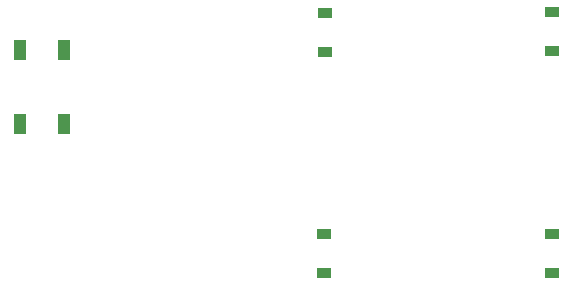
<source format=gbp>
G04 #@! TF.GenerationSoftware,KiCad,Pcbnew,(5.1.4)-1*
G04 #@! TF.CreationDate,2020-10-27T19:19:28+03:00*
G04 #@! TF.ProjectId,100_keyboard,3130305f-6b65-4796-926f-6172642e6b69,rev?*
G04 #@! TF.SameCoordinates,Original*
G04 #@! TF.FileFunction,Paste,Bot*
G04 #@! TF.FilePolarity,Positive*
%FSLAX46Y46*%
G04 Gerber Fmt 4.6, Leading zero omitted, Abs format (unit mm)*
G04 Created by KiCad (PCBNEW (5.1.4)-1) date 2020-10-27 19:19:28*
%MOMM*%
%LPD*%
G04 APERTURE LIST*
%ADD10R,1.100000X1.800000*%
%ADD11R,1.200000X0.900000*%
G04 APERTURE END LIST*
D10*
X85162000Y-55193000D03*
X81462000Y-61393000D03*
X81462000Y-55193000D03*
X85162000Y-61393000D03*
D11*
X126492000Y-55244000D03*
X126492000Y-51944000D03*
X107315000Y-55371000D03*
X107315000Y-52071000D03*
X126492000Y-74040000D03*
X126492000Y-70740000D03*
X107188000Y-74040000D03*
X107188000Y-70740000D03*
M02*

</source>
